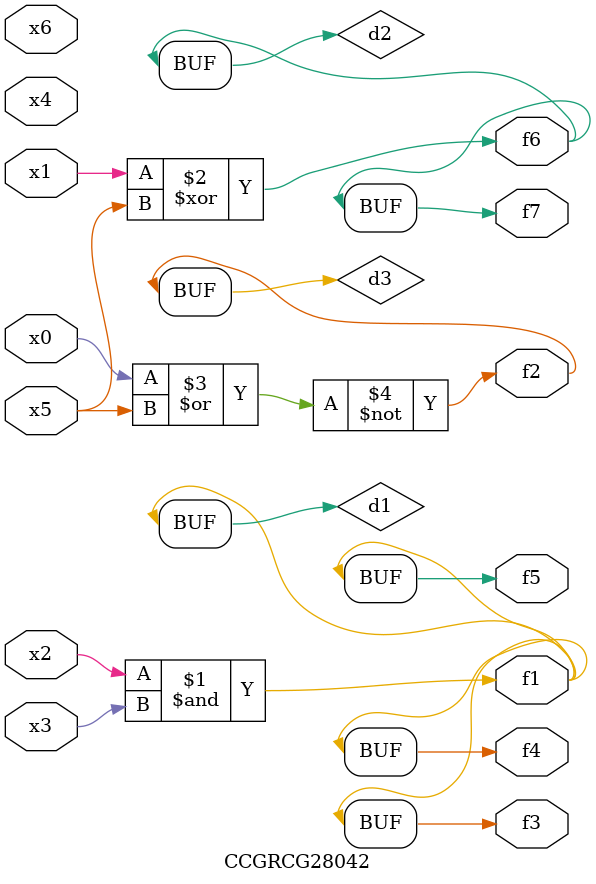
<source format=v>
module CCGRCG28042(
	input x0, x1, x2, x3, x4, x5, x6,
	output f1, f2, f3, f4, f5, f6, f7
);

	wire d1, d2, d3;

	and (d1, x2, x3);
	xor (d2, x1, x5);
	nor (d3, x0, x5);
	assign f1 = d1;
	assign f2 = d3;
	assign f3 = d1;
	assign f4 = d1;
	assign f5 = d1;
	assign f6 = d2;
	assign f7 = d2;
endmodule

</source>
